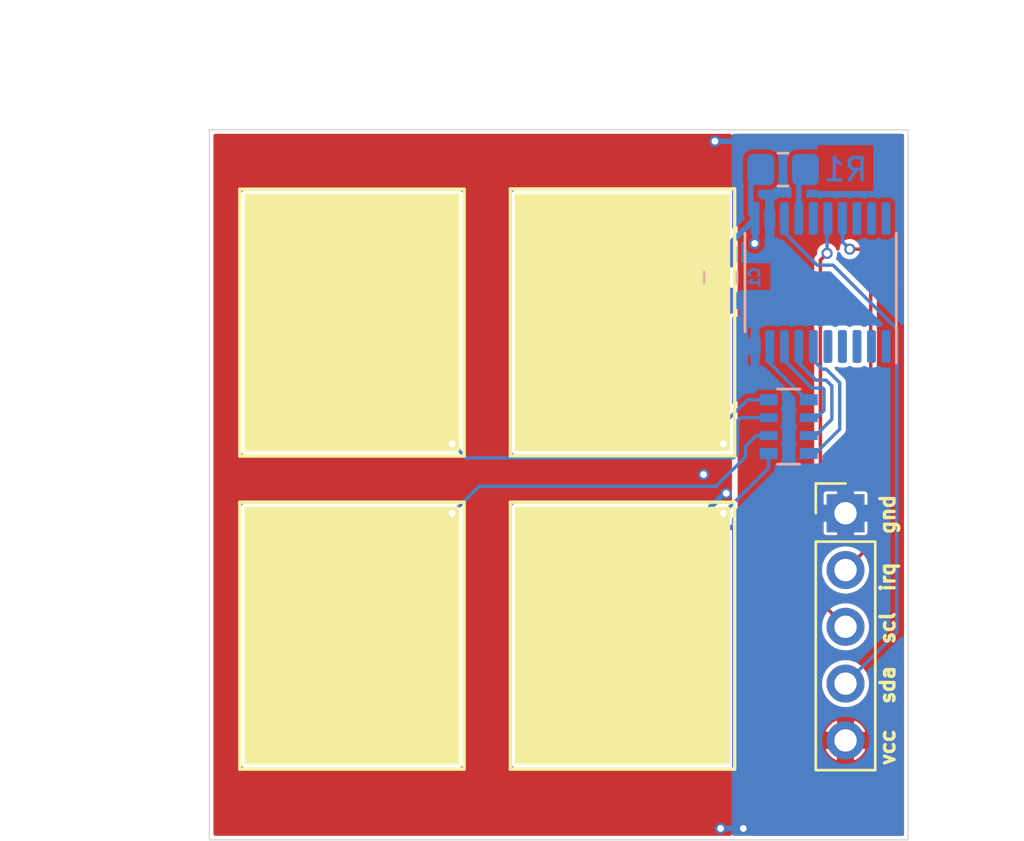
<source format=kicad_pcb>
(kicad_pcb (version 20171130) (host pcbnew 5.1.8-5.1.8)

  (general
    (thickness 1.6)
    (drawings 18)
    (tracks 86)
    (zones 0)
    (modules 9)
    (nets 23)
  )

  (page A4)
  (layers
    (0 F.Cu signal)
    (31 B.Cu signal)
    (32 B.Adhes user)
    (33 F.Adhes user)
    (34 B.Paste user)
    (35 F.Paste user)
    (36 B.SilkS user)
    (37 F.SilkS user)
    (38 B.Mask user)
    (39 F.Mask user)
    (40 Dwgs.User user)
    (41 Cmts.User user)
    (42 Eco1.User user)
    (43 Eco2.User user)
    (44 Edge.Cuts user)
    (45 Margin user)
    (46 B.CrtYd user)
    (47 F.CrtYd user)
    (48 B.Fab user)
    (49 F.Fab user)
  )

  (setup
    (last_trace_width 0.25)
    (user_trace_width 0.1524)
    (trace_clearance 0.2)
    (zone_clearance 0.1524)
    (zone_45_only no)
    (trace_min 0.1524)
    (via_size 0.8)
    (via_drill 0.4)
    (via_min_size 0.4)
    (via_min_drill 0.3)
    (user_via 0.5 0.3)
    (uvia_size 0.3)
    (uvia_drill 0.1)
    (uvias_allowed no)
    (uvia_min_size 0.2)
    (uvia_min_drill 0.1)
    (edge_width 0.05)
    (segment_width 0.2)
    (pcb_text_width 0.3)
    (pcb_text_size 1.5 1.5)
    (mod_edge_width 0.12)
    (mod_text_size 1 1)
    (mod_text_width 0.15)
    (pad_size 1.524 1.524)
    (pad_drill 0.762)
    (pad_to_mask_clearance 0)
    (aux_axis_origin 0 0)
    (grid_origin 93.345 54.61)
    (visible_elements FFFFFF7F)
    (pcbplotparams
      (layerselection 0x010fc_ffffffff)
      (usegerberextensions false)
      (usegerberattributes true)
      (usegerberadvancedattributes true)
      (creategerberjobfile true)
      (excludeedgelayer true)
      (linewidth 0.100000)
      (plotframeref false)
      (viasonmask false)
      (mode 1)
      (useauxorigin false)
      (hpglpennumber 1)
      (hpglpenspeed 20)
      (hpglpendiameter 15.000000)
      (psnegative false)
      (psa4output false)
      (plotreference true)
      (plotvalue true)
      (plotinvisibletext false)
      (padsonsilk false)
      (subtractmaskfromsilk false)
      (outputformat 1)
      (mirror false)
      (drillshape 1)
      (scaleselection 1)
      (outputdirectory ""))
  )

  (net 0 "")
  (net 1 GNDREF)
  (net 2 VCC)
  (net 3 "Net-(J1-Pad4)")
  (net 4 "Net-(J1-Pad3)")
  (net 5 "Net-(J1-Pad2)")
  (net 6 "Net-(R1-Pad2)")
  (net 7 "Net-(RN1-Pad5)")
  (net 8 "Net-(RN1-Pad6)")
  (net 9 "Net-(RN1-Pad8)")
  (net 10 "Net-(RN1-Pad7)")
  (net 11 "Net-(RN1-Pad4)")
  (net 12 "Net-(RN1-Pad2)")
  (net 13 "Net-(RN1-Pad3)")
  (net 14 "Net-(RN1-Pad1)")
  (net 15 "Net-(U1-Pad20)")
  (net 16 "Net-(U1-Pad19)")
  (net 17 "Net-(U1-Pad18)")
  (net 18 "Net-(U1-Pad3)")
  (net 19 "Net-(U1-Pad2)")
  (net 20 "Net-(U1-Pad1)")
  (net 21 "Net-(U1-Pad5)")
  (net 22 "Net-(U1-Pad4)")

  (net_class Default "This is the default net class."
    (clearance 0.2)
    (trace_width 0.25)
    (via_dia 0.8)
    (via_drill 0.4)
    (uvia_dia 0.3)
    (uvia_drill 0.1)
    (add_net GNDREF)
    (add_net "Net-(J1-Pad2)")
    (add_net "Net-(J1-Pad3)")
    (add_net "Net-(J1-Pad4)")
    (add_net "Net-(R1-Pad2)")
    (add_net "Net-(RN1-Pad1)")
    (add_net "Net-(RN1-Pad2)")
    (add_net "Net-(RN1-Pad3)")
    (add_net "Net-(RN1-Pad4)")
    (add_net "Net-(RN1-Pad5)")
    (add_net "Net-(RN1-Pad6)")
    (add_net "Net-(RN1-Pad7)")
    (add_net "Net-(RN1-Pad8)")
    (add_net "Net-(U1-Pad1)")
    (add_net "Net-(U1-Pad18)")
    (add_net "Net-(U1-Pad19)")
    (add_net "Net-(U1-Pad2)")
    (add_net "Net-(U1-Pad20)")
    (add_net "Net-(U1-Pad3)")
    (add_net "Net-(U1-Pad4)")
    (add_net "Net-(U1-Pad5)")
    (add_net VCC)
  )

  (module Resistor_SMD:R_0805_2012Metric_Pad1.20x1.40mm_HandSolder (layer B.Cu) (tedit 5F68FEEE) (tstamp 6293BCD7)
    (at 117.729 57.658)
    (descr "Resistor SMD 0805 (2012 Metric), square (rectangular) end terminal, IPC_7351 nominal with elongated pad for handsoldering. (Body size source: IPC-SM-782 page 72, https://www.pcb-3d.com/wordpress/wp-content/uploads/ipc-sm-782a_amendment_1_and_2.pdf), generated with kicad-footprint-generator")
    (tags "resistor handsolder")
    (path /6291643F)
    (attr smd)
    (fp_text reference R1 (at 2.794 0 180) (layer B.Cu)
      (effects (font (size 1 1) (thickness 0.15)) (justify mirror))
    )
    (fp_text value R_Small_US (at 0 -1.65 180) (layer B.Fab)
      (effects (font (size 1 1) (thickness 0.15)) (justify mirror))
    )
    (fp_text user %R (at 0 0 180) (layer B.Fab)
      (effects (font (size 0.5 0.5) (thickness 0.08)) (justify mirror))
    )
    (fp_line (start -1 -0.625) (end -1 0.625) (layer B.Fab) (width 0.1))
    (fp_line (start -1 0.625) (end 1 0.625) (layer B.Fab) (width 0.1))
    (fp_line (start 1 0.625) (end 1 -0.625) (layer B.Fab) (width 0.1))
    (fp_line (start 1 -0.625) (end -1 -0.625) (layer B.Fab) (width 0.1))
    (fp_line (start -0.227064 0.735) (end 0.227064 0.735) (layer B.SilkS) (width 0.12))
    (fp_line (start -0.227064 -0.735) (end 0.227064 -0.735) (layer B.SilkS) (width 0.12))
    (fp_line (start -1.85 -0.95) (end -1.85 0.95) (layer B.CrtYd) (width 0.05))
    (fp_line (start -1.85 0.95) (end 1.85 0.95) (layer B.CrtYd) (width 0.05))
    (fp_line (start 1.85 0.95) (end 1.85 -0.95) (layer B.CrtYd) (width 0.05))
    (fp_line (start 1.85 -0.95) (end -1.85 -0.95) (layer B.CrtYd) (width 0.05))
    (pad 2 smd roundrect (at 1 0) (size 1.2 1.4) (layers B.Cu B.Paste B.Mask) (roundrect_rratio 0.208333)
      (net 6 "Net-(R1-Pad2)"))
    (pad 1 smd roundrect (at -1 0) (size 1.2 1.4) (layers B.Cu B.Paste B.Mask) (roundrect_rratio 0.208333)
      (net 2 VCC))
    (model ${KISYS3DMOD}/Resistor_SMD.3dshapes/R_0805_2012Metric.wrl
      (at (xyz 0 0 0))
      (scale (xyz 1 1 1))
      (rotate (xyz 0 0 0))
    )
  )

  (module Capacitor_SMD:C_0805_2012Metric_Pad1.18x1.45mm_HandSolder (layer B.Cu) (tedit 5F68FEEF) (tstamp 6293BD07)
    (at 114.935 62.484 270)
    (descr "Capacitor SMD 0805 (2012 Metric), square (rectangular) end terminal, IPC_7351 nominal with elongated pad for handsoldering. (Body size source: IPC-SM-782 page 76, https://www.pcb-3d.com/wordpress/wp-content/uploads/ipc-sm-782a_amendment_1_and_2.pdf, https://docs.google.com/spreadsheets/d/1BsfQQcO9C6DZCsRaXUlFlo91Tg2WpOkGARC1WS5S8t0/edit?usp=sharing), generated with kicad-footprint-generator")
    (tags "capacitor handsolder")
    (path /629157EC)
    (attr smd)
    (fp_text reference C1 (at 0 -1.524 90) (layer B.Cu)
      (effects (font (size 0.4572 0.4572) (thickness 0.1143)) (justify mirror))
    )
    (fp_text value C_Small (at 0 -1.68 90) (layer B.Fab)
      (effects (font (size 1 1) (thickness 0.15)) (justify mirror))
    )
    (fp_text user %R (at 0 0 90) (layer B.Fab)
      (effects (font (size 0.5 0.5) (thickness 0.08)) (justify mirror))
    )
    (fp_line (start -1 -0.625) (end -1 0.625) (layer B.Fab) (width 0.1))
    (fp_line (start -1 0.625) (end 1 0.625) (layer B.Fab) (width 0.1))
    (fp_line (start 1 0.625) (end 1 -0.625) (layer B.Fab) (width 0.1))
    (fp_line (start 1 -0.625) (end -1 -0.625) (layer B.Fab) (width 0.1))
    (fp_line (start -0.261252 0.735) (end 0.261252 0.735) (layer B.SilkS) (width 0.12))
    (fp_line (start -0.261252 -0.735) (end 0.261252 -0.735) (layer B.SilkS) (width 0.12))
    (fp_line (start -1.88 -0.98) (end -1.88 0.98) (layer B.CrtYd) (width 0.05))
    (fp_line (start -1.88 0.98) (end 1.88 0.98) (layer B.CrtYd) (width 0.05))
    (fp_line (start 1.88 0.98) (end 1.88 -0.98) (layer B.CrtYd) (width 0.05))
    (fp_line (start 1.88 -0.98) (end -1.88 -0.98) (layer B.CrtYd) (width 0.05))
    (pad 2 smd roundrect (at 1.0375 0 270) (size 1.175 1.45) (layers B.Cu B.Paste B.Mask) (roundrect_rratio 0.212766)
      (net 1 GNDREF))
    (pad 1 smd roundrect (at -1.0375 0 270) (size 1.175 1.45) (layers B.Cu B.Paste B.Mask) (roundrect_rratio 0.212766)
      (net 2 VCC))
    (model ${KISYS3DMOD}/Capacitor_SMD.3dshapes/C_0805_2012Metric.wrl
      (at (xyz 0 0 0))
      (scale (xyz 1 1 1))
      (rotate (xyz 0 0 0))
    )
  )

  (module Package_SO:TSSOP-20_4.4x6.5mm_P0.65mm (layer B.Cu) (tedit 5E476F32) (tstamp 6293BC7D)
    (at 119.41 62.705 90)
    (descr "TSSOP, 20 Pin (JEDEC MO-153 Var AC https://www.jedec.org/document_search?search_api_views_fulltext=MO-153), generated with kicad-footprint-generator ipc_gullwing_generator.py")
    (tags "TSSOP SO")
    (path /6295C660)
    (attr smd)
    (fp_text reference U1 (at 0 4.2 270) (layer B.SilkS) hide
      (effects (font (size 1 1) (thickness 0.15)) (justify mirror))
    )
    (fp_text value AT42Q2120 (at 0 -4.2 270) (layer B.Fab)
      (effects (font (size 1 1) (thickness 0.15)) (justify mirror))
    )
    (fp_text user %R (at 0 0 270) (layer B.Fab)
      (effects (font (size 1 1) (thickness 0.15)) (justify mirror))
    )
    (fp_line (start 0 -3.385) (end 2.2 -3.385) (layer B.SilkS) (width 0.12))
    (fp_line (start 0 -3.385) (end -2.2 -3.385) (layer B.SilkS) (width 0.12))
    (fp_line (start 0 3.385) (end 2.2 3.385) (layer B.SilkS) (width 0.12))
    (fp_line (start 0 3.385) (end -3.6 3.385) (layer B.SilkS) (width 0.12))
    (fp_line (start -1.2 3.25) (end 2.2 3.25) (layer B.Fab) (width 0.1))
    (fp_line (start 2.2 3.25) (end 2.2 -3.25) (layer B.Fab) (width 0.1))
    (fp_line (start 2.2 -3.25) (end -2.2 -3.25) (layer B.Fab) (width 0.1))
    (fp_line (start -2.2 -3.25) (end -2.2 2.25) (layer B.Fab) (width 0.1))
    (fp_line (start -2.2 2.25) (end -1.2 3.25) (layer B.Fab) (width 0.1))
    (fp_line (start -3.85 3.5) (end -3.85 -3.5) (layer B.CrtYd) (width 0.05))
    (fp_line (start -3.85 -3.5) (end 3.85 -3.5) (layer B.CrtYd) (width 0.05))
    (fp_line (start 3.85 -3.5) (end 3.85 3.5) (layer B.CrtYd) (width 0.05))
    (fp_line (start 3.85 3.5) (end -3.85 3.5) (layer B.CrtYd) (width 0.05))
    (pad 20 smd roundrect (at 2.8625 2.925 90) (size 1.475 0.4) (layers B.Cu B.Paste B.Mask) (roundrect_rratio 0.25)
      (net 15 "Net-(U1-Pad20)"))
    (pad 19 smd roundrect (at 2.8625 2.275 90) (size 1.475 0.4) (layers B.Cu B.Paste B.Mask) (roundrect_rratio 0.25)
      (net 16 "Net-(U1-Pad19)"))
    (pad 18 smd roundrect (at 2.8625 1.625 90) (size 1.475 0.4) (layers B.Cu B.Paste B.Mask) (roundrect_rratio 0.25)
      (net 17 "Net-(U1-Pad18)"))
    (pad 17 smd roundrect (at 2.8625 0.975 90) (size 1.475 0.4) (layers B.Cu B.Paste B.Mask) (roundrect_rratio 0.25)
      (net 5 "Net-(J1-Pad2)"))
    (pad 16 smd roundrect (at 2.8625 0.325 90) (size 1.475 0.4) (layers B.Cu B.Paste B.Mask) (roundrect_rratio 0.25)
      (net 4 "Net-(J1-Pad3)"))
    (pad 15 smd roundrect (at 2.8625 -0.325 90) (size 1.475 0.4) (layers B.Cu B.Paste B.Mask) (roundrect_rratio 0.25))
    (pad 14 smd roundrect (at 2.8625 -0.975 90) (size 1.475 0.4) (layers B.Cu B.Paste B.Mask) (roundrect_rratio 0.25)
      (net 6 "Net-(R1-Pad2)"))
    (pad 13 smd roundrect (at 2.8625 -1.625 90) (size 1.475 0.4) (layers B.Cu B.Paste B.Mask) (roundrect_rratio 0.25)
      (net 3 "Net-(J1-Pad4)"))
    (pad 12 smd roundrect (at 2.8625 -2.275 90) (size 1.475 0.4) (layers B.Cu B.Paste B.Mask) (roundrect_rratio 0.25)
      (net 1 GNDREF))
    (pad 11 smd roundrect (at 2.8625 -2.925 90) (size 1.475 0.4) (layers B.Cu B.Paste B.Mask) (roundrect_rratio 0.25)
      (net 2 VCC))
    (pad 10 smd roundrect (at -2.8625 -2.925 90) (size 1.475 0.4) (layers B.Cu B.Paste B.Mask) (roundrect_rratio 0.25)
      (net 1 GNDREF))
    (pad 9 smd roundrect (at -2.8625 -2.275 90) (size 1.475 0.4) (layers B.Cu B.Paste B.Mask) (roundrect_rratio 0.25)
      (net 14 "Net-(RN1-Pad1)"))
    (pad 8 smd roundrect (at -2.8625 -1.625 90) (size 1.475 0.4) (layers B.Cu B.Paste B.Mask) (roundrect_rratio 0.25)
      (net 12 "Net-(RN1-Pad2)"))
    (pad 7 smd roundrect (at -2.8625 -0.975 90) (size 1.475 0.4) (layers B.Cu B.Paste B.Mask) (roundrect_rratio 0.25)
      (net 13 "Net-(RN1-Pad3)"))
    (pad 6 smd roundrect (at -2.8625 -0.325 90) (size 1.475 0.4) (layers B.Cu B.Paste B.Mask) (roundrect_rratio 0.25)
      (net 11 "Net-(RN1-Pad4)"))
    (pad 5 smd roundrect (at -2.8625 0.325 90) (size 1.475 0.4) (layers B.Cu B.Paste B.Mask) (roundrect_rratio 0.25)
      (net 21 "Net-(U1-Pad5)"))
    (pad 4 smd roundrect (at -2.8625 0.975 90) (size 1.475 0.4) (layers B.Cu B.Paste B.Mask) (roundrect_rratio 0.25)
      (net 22 "Net-(U1-Pad4)"))
    (pad 3 smd roundrect (at -2.8625 1.625 90) (size 1.475 0.4) (layers B.Cu B.Paste B.Mask) (roundrect_rratio 0.25)
      (net 18 "Net-(U1-Pad3)"))
    (pad 2 smd roundrect (at -2.8625 2.275 90) (size 1.475 0.4) (layers B.Cu B.Paste B.Mask) (roundrect_rratio 0.25)
      (net 19 "Net-(U1-Pad2)"))
    (pad 1 smd roundrect (at -2.8625 2.925 90) (size 1.475 0.4) (layers B.Cu B.Paste B.Mask) (roundrect_rratio 0.25)
      (net 20 "Net-(U1-Pad1)"))
    (model ${KISYS3DMOD}/Package_SO.3dshapes/TSSOP-20_4.4x6.5mm_P0.65mm.wrl
      (at (xyz 0 0 0))
      (scale (xyz 1 1 1))
      (rotate (xyz 0 0 0))
    )
  )

  (module Resistor_SMD:R_Array_Convex_4x0603 (layer B.Cu) (tedit 58E0A8B2) (tstamp 6291A775)
    (at 117.983 69.1515 180)
    (descr "Chip Resistor Network, ROHM MNR14 (see mnr_g.pdf)")
    (tags "resistor array")
    (path /62916A23)
    (attr smd)
    (fp_text reference RN1 (at -7.73 4.54 270) (layer B.SilkS) hide
      (effects (font (size 0.508 0.508) (thickness 0.127)) (justify mirror))
    )
    (fp_text value R_Pack04 (at 0 -2.8 180) (layer B.Fab)
      (effects (font (size 1 1) (thickness 0.15)) (justify mirror))
    )
    (fp_text user %R (at 0 0 90) (layer B.Fab)
      (effects (font (size 0.5 0.5) (thickness 0.075)) (justify mirror))
    )
    (fp_line (start -0.8 1.6) (end 0.8 1.6) (layer B.Fab) (width 0.1))
    (fp_line (start 0.8 1.6) (end 0.8 -1.6) (layer B.Fab) (width 0.1))
    (fp_line (start 0.8 -1.6) (end -0.8 -1.6) (layer B.Fab) (width 0.1))
    (fp_line (start -0.8 -1.6) (end -0.8 1.6) (layer B.Fab) (width 0.1))
    (fp_line (start 0.5 -1.68) (end -0.5 -1.68) (layer B.SilkS) (width 0.12))
    (fp_line (start 0.5 1.68) (end -0.5 1.68) (layer B.SilkS) (width 0.12))
    (fp_line (start -1.55 1.85) (end 1.55 1.85) (layer B.CrtYd) (width 0.05))
    (fp_line (start -1.55 1.85) (end -1.55 -1.85) (layer B.CrtYd) (width 0.05))
    (fp_line (start 1.55 -1.85) (end 1.55 1.85) (layer B.CrtYd) (width 0.05))
    (fp_line (start 1.55 -1.85) (end -1.55 -1.85) (layer B.CrtYd) (width 0.05))
    (pad 5 smd rect (at 0.9 -1.2 180) (size 0.8 0.5) (layers B.Cu B.Paste B.Mask)
      (net 7 "Net-(RN1-Pad5)"))
    (pad 6 smd rect (at 0.9 -0.4 180) (size 0.8 0.4) (layers B.Cu B.Paste B.Mask)
      (net 8 "Net-(RN1-Pad6)"))
    (pad 8 smd rect (at 0.9 1.2 180) (size 0.8 0.5) (layers B.Cu B.Paste B.Mask)
      (net 9 "Net-(RN1-Pad8)"))
    (pad 7 smd rect (at 0.9 0.4 180) (size 0.8 0.4) (layers B.Cu B.Paste B.Mask)
      (net 10 "Net-(RN1-Pad7)"))
    (pad 4 smd rect (at -0.9 -1.2 180) (size 0.8 0.5) (layers B.Cu B.Paste B.Mask)
      (net 11 "Net-(RN1-Pad4)"))
    (pad 2 smd rect (at -0.9 0.4 180) (size 0.8 0.4) (layers B.Cu B.Paste B.Mask)
      (net 12 "Net-(RN1-Pad2)"))
    (pad 3 smd rect (at -0.9 -0.4 180) (size 0.8 0.4) (layers B.Cu B.Paste B.Mask)
      (net 13 "Net-(RN1-Pad3)"))
    (pad 1 smd rect (at -0.9 1.2 180) (size 0.8 0.5) (layers B.Cu B.Paste B.Mask)
      (net 14 "Net-(RN1-Pad1)"))
    (model ${KISYS3DMOD}/Resistor_SMD.3dshapes/R_Array_Convex_4x0603.wrl
      (at (xyz 0 0 0))
      (scale (xyz 1 1 1))
      (rotate (xyz 0 0 0))
    )
  )

  (module Connector_PinHeader_2.54mm:PinHeader_1x05_P2.54mm_Vertical (layer F.Cu) (tedit 59FED5CC) (tstamp 62917D62)
    (at 120.523 73.025)
    (descr "Through hole straight pin header, 1x05, 2.54mm pitch, single row")
    (tags "Through hole pin header THT 1x05 2.54mm single row")
    (path /62914214)
    (fp_text reference J1 (at 0 -2.33) (layer F.SilkS) hide
      (effects (font (size 1 1) (thickness 0.15)))
    )
    (fp_text value Conn_01x05 (at 0 12.49) (layer F.Fab)
      (effects (font (size 1 1) (thickness 0.15)))
    )
    (fp_text user %R (at 0 5.08 90) (layer F.Fab)
      (effects (font (size 1 1) (thickness 0.15)))
    )
    (fp_line (start -0.635 -1.27) (end 1.27 -1.27) (layer F.Fab) (width 0.1))
    (fp_line (start 1.27 -1.27) (end 1.27 11.43) (layer F.Fab) (width 0.1))
    (fp_line (start 1.27 11.43) (end -1.27 11.43) (layer F.Fab) (width 0.1))
    (fp_line (start -1.27 11.43) (end -1.27 -0.635) (layer F.Fab) (width 0.1))
    (fp_line (start -1.27 -0.635) (end -0.635 -1.27) (layer F.Fab) (width 0.1))
    (fp_line (start -1.33 11.49) (end 1.33 11.49) (layer F.SilkS) (width 0.12))
    (fp_line (start -1.33 1.27) (end -1.33 11.49) (layer F.SilkS) (width 0.12))
    (fp_line (start 1.33 1.27) (end 1.33 11.49) (layer F.SilkS) (width 0.12))
    (fp_line (start -1.33 1.27) (end 1.33 1.27) (layer F.SilkS) (width 0.12))
    (fp_line (start -1.33 0) (end -1.33 -1.33) (layer F.SilkS) (width 0.12))
    (fp_line (start -1.33 -1.33) (end 0 -1.33) (layer F.SilkS) (width 0.12))
    (fp_line (start -1.8 -1.8) (end -1.8 11.95) (layer F.CrtYd) (width 0.05))
    (fp_line (start -1.8 11.95) (end 1.8 11.95) (layer F.CrtYd) (width 0.05))
    (fp_line (start 1.8 11.95) (end 1.8 -1.8) (layer F.CrtYd) (width 0.05))
    (fp_line (start 1.8 -1.8) (end -1.8 -1.8) (layer F.CrtYd) (width 0.05))
    (pad 5 thru_hole oval (at 0 10.16) (size 1.7 1.7) (drill 1) (layers *.Cu *.Mask)
      (net 2 VCC))
    (pad 4 thru_hole oval (at 0 7.62) (size 1.7 1.7) (drill 1) (layers *.Cu *.Mask)
      (net 3 "Net-(J1-Pad4)"))
    (pad 3 thru_hole oval (at 0 5.08) (size 1.7 1.7) (drill 1) (layers *.Cu *.Mask)
      (net 4 "Net-(J1-Pad3)"))
    (pad 2 thru_hole oval (at 0 2.54) (size 1.7 1.7) (drill 1) (layers *.Cu *.Mask)
      (net 5 "Net-(J1-Pad2)"))
    (pad 1 thru_hole rect (at 0 0) (size 1.7 1.7) (drill 1) (layers *.Cu *.Mask)
      (net 1 GNDREF))
    (model ${KISYS3DMOD}/Connector_PinHeader_2.54mm.3dshapes/PinHeader_1x05_P2.54mm_Vertical.wrl
      (at (xyz 0 0 0))
      (scale (xyz 1 1 1))
      (rotate (xyz 0 0 0))
    )
  )

  (module croftj:Touch_Pad_Small (layer F.Cu) (tedit 6290F2C2) (tstamp 62918AD7)
    (at 104.2 78.5 90)
    (path /6291AF74)
    (fp_text reference TP4 (at 0 0.5 90) (layer F.SilkS) hide
      (effects (font (size 1 1) (thickness 0.15)))
    )
    (fp_text value TestPoint (at 0 -0.5 90) (layer F.Fab)
      (effects (font (size 1 1) (thickness 0.15)))
    )
    (fp_poly (pts (xy 5.715 11.1125) (xy -5.715 11.1125) (xy -5.715 1.5875) (xy 5.715 1.5875)) (layer F.SilkS) (width 0.1))
    (fp_line (start -5.969 1.3335) (end 5.969 1.3335) (layer F.SilkS) (width 0.1524))
    (fp_line (start 5.969 1.3335) (end 5.969 11.3665) (layer F.SilkS) (width 0.1524))
    (fp_line (start 5.969 11.3665) (end -5.969 11.3665) (layer F.SilkS) (width 0.1524))
    (fp_line (start -5.969 11.3665) (end -5.969 1.3335) (layer F.SilkS) (width 0.1524))
    (pad 1 connect custom (at 0 6.35 90) (size 11.43 9.525) (layers F.Cu)
      (net 7 "Net-(RN1-Pad5)") (zone_connect 0)
      (options (clearance outline) (anchor rect))
      (primitives
      ))
  )

  (module croftj:Touch_Pad_Small (layer F.Cu) (tedit 6290F2C2) (tstamp 62917DA8)
    (at 104.2 64.49 90)
    (path /6291AF12)
    (fp_text reference TP3 (at 0 0.5 90) (layer F.SilkS) hide
      (effects (font (size 1 1) (thickness 0.15)))
    )
    (fp_text value TestPoint (at 0 -0.5 90) (layer F.Fab)
      (effects (font (size 1 1) (thickness 0.15)))
    )
    (fp_poly (pts (xy 5.715 11.1125) (xy -5.715 11.1125) (xy -5.715 1.5875) (xy 5.715 1.5875)) (layer F.SilkS) (width 0.1))
    (fp_line (start -5.969 1.3335) (end 5.969 1.3335) (layer F.SilkS) (width 0.1524))
    (fp_line (start 5.969 1.3335) (end 5.969 11.3665) (layer F.SilkS) (width 0.1524))
    (fp_line (start 5.969 11.3665) (end -5.969 11.3665) (layer F.SilkS) (width 0.1524))
    (fp_line (start -5.969 11.3665) (end -5.969 1.3335) (layer F.SilkS) (width 0.1524))
    (pad 1 connect custom (at 0 6.35 90) (size 11.43 9.525) (layers F.Cu)
      (net 9 "Net-(RN1-Pad8)") (zone_connect 0)
      (options (clearance outline) (anchor rect))
      (primitives
      ))
  )

  (module croftj:Touch_Pad_Small (layer F.Cu) (tedit 6290F2C2) (tstamp 62917D9E)
    (at 92.1 78.5 90)
    (path /6291AE50)
    (fp_text reference TP2 (at 0 0.5 90) (layer F.SilkS) hide
      (effects (font (size 1 1) (thickness 0.15)))
    )
    (fp_text value TestPoint (at 0 -0.5 90) (layer F.Fab)
      (effects (font (size 1 1) (thickness 0.15)))
    )
    (fp_poly (pts (xy 5.715 11.1125) (xy -5.715 11.1125) (xy -5.715 1.5875) (xy 5.715 1.5875)) (layer F.SilkS) (width 0.1))
    (fp_line (start -5.969 1.3335) (end 5.969 1.3335) (layer F.SilkS) (width 0.1524))
    (fp_line (start 5.969 1.3335) (end 5.969 11.3665) (layer F.SilkS) (width 0.1524))
    (fp_line (start 5.969 11.3665) (end -5.969 11.3665) (layer F.SilkS) (width 0.1524))
    (fp_line (start -5.969 11.3665) (end -5.969 1.3335) (layer F.SilkS) (width 0.1524))
    (pad 1 connect custom (at 0 6.35 90) (size 11.43 9.525) (layers F.Cu)
      (net 8 "Net-(RN1-Pad6)") (zone_connect 0)
      (options (clearance outline) (anchor rect))
      (primitives
      ))
  )

  (module croftj:Touch_Pad_Small (layer F.Cu) (tedit 6290F2C2) (tstamp 62917D94)
    (at 92.1 64.5 90)
    (path /6291753F)
    (fp_text reference TP1 (at 0 0.5 90) (layer F.SilkS) hide
      (effects (font (size 1 1) (thickness 0.15)))
    )
    (fp_text value TestPoint (at 0 -0.5 90) (layer F.Fab)
      (effects (font (size 1 1) (thickness 0.15)))
    )
    (fp_poly (pts (xy 5.715 11.1125) (xy -5.715 11.1125) (xy -5.715 1.5875) (xy 5.715 1.5875)) (layer F.SilkS) (width 0.1))
    (fp_line (start -5.969 1.3335) (end 5.969 1.3335) (layer F.SilkS) (width 0.1524))
    (fp_line (start 5.969 1.3335) (end 5.969 11.3665) (layer F.SilkS) (width 0.1524))
    (fp_line (start 5.969 11.3665) (end -5.969 11.3665) (layer F.SilkS) (width 0.1524))
    (fp_line (start -5.969 11.3665) (end -5.969 1.3335) (layer F.SilkS) (width 0.1524))
    (pad 1 connect custom (at 0 6.35 90) (size 11.43 9.525) (layers F.Cu)
      (net 10 "Net-(RN1-Pad7)") (zone_connect 0)
      (options (clearance outline) (anchor rect))
      (primitives
      ))
  )

  (gr_text "$Id$" (at 116.459 84.582 90) (layer F.Cu)
    (effects (font (size 0.762 0.762) (thickness 0.1905)))
  )
  (dimension 31.75 (width 0.15) (layer Dwgs.User)
    (gr_text "1.2500 in" (at 127.157 71.755 270) (layer Dwgs.User)
      (effects (font (size 1 1) (thickness 0.15)))
    )
    (feature1 (pts (xy 123.317 87.63) (xy 126.443421 87.63)))
    (feature2 (pts (xy 123.317 55.88) (xy 126.443421 55.88)))
    (crossbar (pts (xy 125.857 55.88) (xy 125.857 87.63)))
    (arrow1a (pts (xy 125.857 87.63) (xy 125.270579 86.503496)))
    (arrow1b (pts (xy 125.857 87.63) (xy 126.443421 86.503496)))
    (arrow2a (pts (xy 125.857 55.88) (xy 125.270579 57.006504)))
    (arrow2b (pts (xy 125.857 55.88) (xy 126.443421 57.006504)))
  )
  (dimension 31.242 (width 0.15) (layer Dwgs.User)
    (gr_text "1.2300 in" (at 107.696 50.77) (layer Dwgs.User)
      (effects (font (size 1 1) (thickness 0.15)))
    )
    (feature1 (pts (xy 123.317 55.88) (xy 123.317 51.483579)))
    (feature2 (pts (xy 92.075 55.88) (xy 92.075 51.483579)))
    (crossbar (pts (xy 92.075 52.07) (xy 123.317 52.07)))
    (arrow1a (pts (xy 123.317 52.07) (xy 122.190496 52.656421)))
    (arrow1b (pts (xy 123.317 52.07) (xy 122.190496 51.483579)))
    (arrow2a (pts (xy 92.075 52.07) (xy 93.201504 52.656421)))
    (arrow2b (pts (xy 92.075 52.07) (xy 93.201504 51.483579)))
  )
  (gr_line (start 92.075 87.63) (end 92.075 55.88) (layer Edge.Cuts) (width 0.05) (tstamp 6293BAF5))
  (gr_line (start 123.317 87.63) (end 92.075 87.63) (layer Edge.Cuts) (width 0.05))
  (gr_line (start 123.317 55.88) (end 123.317 87.63) (layer Edge.Cuts) (width 0.05) (tstamp 6293C532))
  (gr_line (start 92.075 55.88) (end 123.317 55.88) (layer Edge.Cuts) (width 0.05))
  (gr_text vcc (at 122.404 83.494 90) (layer F.SilkS) (tstamp 6291A0FF)
    (effects (font (size 0.635 0.635) (thickness 0.15)))
  )
  (gr_text sda (at 122.404 80.7 90) (layer F.SilkS) (tstamp 6291A0FF)
    (effects (font (size 0.635 0.635) (thickness 0.15)))
  )
  (gr_text scl (at 122.404 78.16 90) (layer F.SilkS) (tstamp 6291A0FF)
    (effects (font (size 0.635 0.635) (thickness 0.15)))
  )
  (gr_text irq (at 122.404 75.874 90) (layer F.SilkS) (tstamp 6291A0FF)
    (effects (font (size 0.635 0.635) (thickness 0.15)))
  )
  (gr_text gnd (at 122.404 73.08 90) (layer F.SilkS)
    (effects (font (size 0.635 0.635) (thickness 0.15)))
  )
  (dimension 25.924151 (width 0.15) (layer Dwgs.User)
    (gr_text "1.0206 in" (at 86.374325 71.469052 89.80440299) (layer Dwgs.User)
      (effects (font (size 1 1) (thickness 0.15)))
    )
    (feature1 (pts (xy 93.345 84.455) (xy 87.04365 84.433488)))
    (feature2 (pts (xy 93.4335 58.531) (xy 87.13215 58.509488)))
    (crossbar (pts (xy 87.718567 58.51149) (xy 87.630067 84.43549)))
    (arrow1a (pts (xy 87.630067 84.43549) (xy 87.047495 83.306991)))
    (arrow1b (pts (xy 87.630067 84.43549) (xy 88.22033 83.310995)))
    (arrow2a (pts (xy 87.718567 58.51149) (xy 87.128304 59.635985)))
    (arrow2b (pts (xy 87.718567 58.51149) (xy 88.301139 59.639989)))
  )
  (dimension 22.225 (width 0.15) (layer Dwgs.User)
    (gr_text "0.8750 in" (at 104.4575 53.31) (layer Dwgs.User)
      (effects (font (size 1 1) (thickness 0.15)))
    )
    (feature1 (pts (xy 115.57 60.325) (xy 115.57 54.023579)))
    (feature2 (pts (xy 93.345 60.325) (xy 93.345 54.023579)))
    (crossbar (pts (xy 93.345 54.61) (xy 115.57 54.61)))
    (arrow1a (pts (xy 115.57 54.61) (xy 114.443496 55.196421)))
    (arrow1b (pts (xy 115.57 54.61) (xy 114.443496 54.023579)))
    (arrow2a (pts (xy 93.345 54.61) (xy 94.471504 55.196421)))
    (arrow2b (pts (xy 93.345 54.61) (xy 94.471504 54.023579)))
  )
  (gr_line (start 103.5 57) (end 103.5 87) (layer Dwgs.User) (width 0.15) (tstamp 62918A82))
  (gr_line (start 113.5 70.5) (end 96 70.5) (layer Dwgs.User) (width 0.15) (tstamp 62918A7F))
  (gr_line (start 113.5 72.5) (end 96 72.5) (layer Dwgs.User) (width 0.15))
  (gr_line (start 105.5 57) (end 105.5 87) (layer Dwgs.User) (width 0.15))

  (via (at 115.189 72.136) (size 0.5) (drill 0.3) (layers F.Cu B.Cu) (net 1))
  (segment (start 115.099998 72.136) (end 115.189 72.136) (width 0.25) (layer B.Cu) (net 1))
  (segment (start 114.486999 72.748999) (end 115.099998 72.136) (width 0.25) (layer B.Cu) (net 1))
  (segment (start 114.486999 73.301001) (end 114.486999 72.748999) (width 0.25) (layer B.Cu) (net 1))
  (segment (start 114.845998 73.66) (end 114.486999 73.301001) (width 0.25) (layer B.Cu) (net 1))
  (segment (start 115.951 73.66) (end 114.845998 73.66) (width 0.25) (layer B.Cu) (net 1))
  (segment (start 115.0167 72.136) (end 114.173 71.2923) (width 0.25) (layer F.Cu) (net 1))
  (via (at 114.173 71.2923) (size 0.5) (drill 0.3) (layers F.Cu B.Cu) (net 1))
  (segment (start 115.189 72.136) (end 115.0167 72.136) (width 0.25) (layer F.Cu) (net 1))
  (via (at 114.681 56.388) (size 0.5) (drill 0.3) (layers F.Cu B.Cu) (net 1))
  (segment (start 115.951 56.388) (end 114.681 56.388) (width 0.25) (layer B.Cu) (net 1))
  (via (at 115.951 87.122) (size 0.5) (drill 0.3) (layers F.Cu B.Cu) (net 1))
  (via (at 114.935 87.122) (size 0.5) (drill 0.3) (layers F.Cu B.Cu) (net 1))
  (segment (start 115.951 87.122) (end 114.935 87.122) (width 0.25) (layer B.Cu) (net 1))
  (segment (start 116.485 59.8425) (end 114.935 61.3925) (width 0.25) (layer B.Cu) (net 2))
  (segment (start 114.935 61.3925) (end 114.935 61.468) (width 0.25) (layer B.Cu) (net 2))
  (segment (start 116.285 59.6425) (end 116.285 58.34) (width 0.25) (layer B.Cu) (net 2))
  (segment (start 116.485 59.8425) (end 116.285 59.6425) (width 0.25) (layer B.Cu) (net 2))
  (segment (start 116.285 58.34) (end 116.713 57.912) (width 0.25) (layer B.Cu) (net 2))
  (via (at 116.459 60.96) (size 0.5) (drill 0.3) (layers F.Cu B.Cu) (net 2))
  (segment (start 116.485 60.934) (end 116.459 60.96) (width 0.25) (layer B.Cu) (net 2))
  (segment (start 116.485 59.8425) (end 116.485 60.934) (width 0.25) (layer B.Cu) (net 2))
  (segment (start 119.253657 61.930701) (end 117.729 60.406044) (width 0.1524) (layer B.Cu) (net 3))
  (segment (start 119.967745 61.930701) (end 119.253657 61.930701) (width 0.1524) (layer B.Cu) (net 3))
  (segment (start 122.81121 64.774166) (end 119.967745 61.930701) (width 0.1524) (layer B.Cu) (net 3))
  (segment (start 122.81121 78.35679) (end 122.81121 64.774166) (width 0.1524) (layer B.Cu) (net 3))
  (segment (start 120.523 80.645) (end 122.81121 78.35679) (width 0.1524) (layer B.Cu) (net 3))
  (segment (start 117.729 60.406044) (end 117.729 60.325) (width 0.1524) (layer B.Cu) (net 3))
  (via (at 119.6975 61.4045) (size 0.5) (drill 0.3) (layers F.Cu B.Cu) (net 4))
  (segment (start 119.396799 61.705201) (end 119.6975 61.4045) (width 0.1524) (layer F.Cu) (net 4))
  (segment (start 119.396799 76.978799) (end 119.396799 61.705201) (width 0.1524) (layer F.Cu) (net 4))
  (segment (start 120.523 78.105) (end 119.396799 76.978799) (width 0.1524) (layer F.Cu) (net 4))
  (segment (start 119.6975 61.4045) (end 119.6975 60.1345) (width 0.1524) (layer B.Cu) (net 4))
  (segment (start 121.649201 74.438799) (end 121.649201 61.387701) (width 0.1524) (layer F.Cu) (net 5))
  (segment (start 120.523 75.565) (end 121.649201 74.438799) (width 0.1524) (layer F.Cu) (net 5))
  (via (at 120.7135 61.214) (size 0.5) (drill 0.3) (layers F.Cu B.Cu) (net 5))
  (segment (start 121.4755 61.214) (end 120.7135 61.214) (width 0.1524) (layer F.Cu) (net 5))
  (segment (start 121.649201 61.387701) (end 121.4755 61.214) (width 0.1524) (layer F.Cu) (net 5))
  (segment (start 120.7135 61.214) (end 120.396 60.8965) (width 0.1524) (layer B.Cu) (net 5))
  (segment (start 120.396 60.8965) (end 120.396 60.198) (width 0.1524) (layer B.Cu) (net 5))
  (segment (start 118.435 59.8425) (end 118.435 58.222) (width 0.25) (layer B.Cu) (net 6))
  (segment (start 118.435 58.222) (end 118.745 57.912) (width 0.25) (layer B.Cu) (net 6))
  (via (at 115.062 73.025) (size 0.5) (drill 0.3) (layers F.Cu B.Cu) (net 7))
  (segment (start 117.083 71.004) (end 115.062 73.025) (width 0.1524) (layer B.Cu) (net 7))
  (segment (start 117.083 70.3515) (end 117.083 71.004) (width 0.1524) (layer B.Cu) (net 7))
  (segment (start 116.04941 70.503973) (end 114.734883 71.8185) (width 0.1524) (layer B.Cu) (net 8))
  (segment (start 116.04941 70.03269) (end 116.04941 70.503973) (width 0.1524) (layer B.Cu) (net 8))
  (segment (start 116.5306 69.5515) (end 116.04941 70.03269) (width 0.1524) (layer B.Cu) (net 8))
  (segment (start 117.083 69.5515) (end 116.5306 69.5515) (width 0.1524) (layer B.Cu) (net 8))
  (via (at 102.9335 73.025) (size 0.5) (drill 0.3) (layers F.Cu B.Cu) (net 8))
  (segment (start 104.14 71.8185) (end 102.9335 73.025) (width 0.1524) (layer B.Cu) (net 8))
  (segment (start 114.734883 71.8185) (end 104.14 71.8185) (width 0.1524) (layer B.Cu) (net 8))
  (via (at 115.062 69.9135) (size 0.5) (drill 0.3) (layers F.Cu B.Cu) (net 9))
  (segment (start 115.062 69.034117) (end 115.062 69.9135) (width 0.1524) (layer B.Cu) (net 9))
  (segment (start 116.144617 67.9515) (end 115.062 69.034117) (width 0.1524) (layer B.Cu) (net 9))
  (segment (start 117.083 67.9515) (end 116.144617 67.9515) (width 0.1524) (layer B.Cu) (net 9))
  (segment (start 117.083 68.7515) (end 115.843 68.7515) (width 0.1524) (layer B.Cu) (net 10))
  (segment (start 115.843 68.7515) (end 115.697 68.8975) (width 0.1524) (layer B.Cu) (net 10))
  (segment (start 115.697 68.8975) (end 115.697 70.358) (width 0.1524) (layer B.Cu) (net 10))
  (segment (start 115.697 70.358) (end 115.5065 70.5485) (width 0.1524) (layer B.Cu) (net 10))
  (via (at 102.9335 69.9135) (size 0.5) (drill 0.3) (layers F.Cu B.Cu) (net 10))
  (segment (start 103.5685 70.5485) (end 102.9335 69.9135) (width 0.1524) (layer B.Cu) (net 10))
  (segment (start 115.5065 70.5485) (end 103.5685 70.5485) (width 0.1524) (layer B.Cu) (net 10))
  (segment (start 120.264021 69.267641) (end 119.173662 70.358) (width 0.1524) (layer B.Cu) (net 11))
  (segment (start 120.264021 67.188593) (end 120.264021 69.267641) (width 0.1524) (layer B.Cu) (net 11))
  (segment (start 119.479166 66.58121) (end 119.656637 66.58121) (width 0.1524) (layer B.Cu) (net 11))
  (segment (start 119.085 66.187044) (end 119.479166 66.58121) (width 0.1524) (layer B.Cu) (net 11))
  (segment (start 119.656637 66.58121) (end 120.264021 67.188593) (width 0.1524) (layer B.Cu) (net 11))
  (segment (start 119.085 65.5675) (end 119.085 66.187044) (width 0.1524) (layer B.Cu) (net 11))
  (segment (start 119.173662 70.358) (end 118.8085 70.358) (width 0.1524) (layer B.Cu) (net 11))
  (segment (start 119.559201 68.422461) (end 119.211162 68.7705) (width 0.1524) (layer B.Cu) (net 12))
  (segment (start 119.559201 67.480539) (end 119.559201 68.422461) (width 0.1524) (layer B.Cu) (net 12))
  (segment (start 119.503961 67.425299) (end 119.559201 67.480539) (width 0.1524) (layer B.Cu) (net 12))
  (segment (start 119.023255 67.425299) (end 119.503961 67.425299) (width 0.1524) (layer B.Cu) (net 12))
  (segment (start 117.785 66.187044) (end 119.023255 67.425299) (width 0.1524) (layer B.Cu) (net 12))
  (segment (start 117.785 65.5675) (end 117.785 66.187044) (width 0.1524) (layer B.Cu) (net 12))
  (segment (start 119.211162 68.7705) (end 118.8085 68.7705) (width 0.1524) (layer B.Cu) (net 12))
  (segment (start 119.911611 67.334566) (end 119.911611 68.820051) (width 0.1524) (layer B.Cu) (net 13))
  (segment (start 119.649934 67.072889) (end 119.911611 67.334566) (width 0.1524) (layer B.Cu) (net 13))
  (segment (start 119.202889 67.072889) (end 119.649934 67.072889) (width 0.1524) (layer B.Cu) (net 13))
  (segment (start 118.435 66.305) (end 119.202889 67.072889) (width 0.1524) (layer B.Cu) (net 13))
  (segment (start 119.911611 68.820051) (end 119.199162 69.5325) (width 0.1524) (layer B.Cu) (net 13))
  (segment (start 118.435 65.5675) (end 118.435 66.305) (width 0.1524) (layer B.Cu) (net 13))
  (segment (start 119.199162 69.5325) (end 118.9355 69.5325) (width 0.1524) (layer B.Cu) (net 13))
  (segment (start 117.135 66.305) (end 118.7115 67.8815) (width 0.1524) (layer B.Cu) (net 14))
  (segment (start 117.135 65.5675) (end 117.135 66.305) (width 0.1524) (layer B.Cu) (net 14))

  (zone (net 2) (net_name VCC) (layer F.Cu) (tstamp 0) (hatch edge 0.508)
    (connect_pads (clearance 0.1524))
    (min_thickness 0.1524)
    (fill yes (arc_segments 32) (thermal_gap 0.127) (thermal_bridge_width 0.762))
    (polygon
      (pts
        (xy 123.317 87.63) (xy 115.697 87.63) (xy 115.697 55.88) (xy 123.317 55.88)
      )
    )
    (filled_polygon
      (pts
        (xy 123.063401 87.3764) (xy 116.41387 87.3764) (xy 116.417312 87.371249) (xy 116.456978 87.275487) (xy 116.4772 87.173826)
        (xy 116.4772 87.070174) (xy 116.456978 86.968513) (xy 116.417312 86.872751) (xy 116.359726 86.786567) (xy 116.286433 86.713274)
        (xy 116.232176 86.677021) (xy 117.472435 86.677021) (xy 117.472435 83.4898) (xy 119.568064 83.4898) (xy 119.574962 83.643754)
        (xy 119.614847 83.718408) (xy 119.73636 83.885331) (xy 119.888103 84.02534) (xy 120.064244 84.133055) (xy 120.2182 84.142348)
        (xy 120.2182 83.4898) (xy 120.8278 83.4898) (xy 120.8278 84.142348) (xy 120.981756 84.133055) (xy 121.157897 84.02534)
        (xy 121.30964 83.885331) (xy 121.431153 83.718408) (xy 121.471038 83.643754) (xy 121.477936 83.4898) (xy 120.8278 83.4898)
        (xy 120.2182 83.4898) (xy 119.568064 83.4898) (xy 117.472435 83.4898) (xy 117.472435 82.8802) (xy 119.568064 82.8802)
        (xy 120.2182 82.8802) (xy 120.8278 82.8802) (xy 121.477936 82.8802) (xy 121.471038 82.726246) (xy 121.431153 82.651592)
        (xy 121.30964 82.484669) (xy 121.157897 82.34466) (xy 120.981756 82.236945) (xy 120.8278 82.227652) (xy 120.8278 82.8802)
        (xy 120.2182 82.8802) (xy 120.2182 82.227652) (xy 120.064244 82.236945) (xy 119.888103 82.34466) (xy 119.73636 82.484669)
        (xy 119.614847 82.651592) (xy 119.574962 82.726246) (xy 119.568064 82.8802) (xy 117.472435 82.8802) (xy 117.472435 82.486978)
        (xy 115.7732 82.486978) (xy 115.7732 80.534079) (xy 119.3968 80.534079) (xy 119.3968 80.755921) (xy 119.440079 80.9735)
        (xy 119.524975 81.178456) (xy 119.648223 81.362911) (xy 119.805089 81.519777) (xy 119.989544 81.643025) (xy 120.1945 81.727921)
        (xy 120.412079 81.7712) (xy 120.633921 81.7712) (xy 120.8515 81.727921) (xy 121.056456 81.643025) (xy 121.240911 81.519777)
        (xy 121.397777 81.362911) (xy 121.521025 81.178456) (xy 121.605921 80.9735) (xy 121.6492 80.755921) (xy 121.6492 80.534079)
        (xy 121.605921 80.3165) (xy 121.521025 80.111544) (xy 121.397777 79.927089) (xy 121.240911 79.770223) (xy 121.056456 79.646975)
        (xy 120.8515 79.562079) (xy 120.633921 79.5188) (xy 120.412079 79.5188) (xy 120.1945 79.562079) (xy 119.989544 79.646975)
        (xy 119.805089 79.770223) (xy 119.648223 79.927089) (xy 119.524975 80.111544) (xy 119.440079 80.3165) (xy 119.3968 80.534079)
        (xy 115.7732 80.534079) (xy 115.7732 61.705201) (xy 119.042695 61.705201) (xy 119.0444 61.722515) (xy 119.044399 76.961495)
        (xy 119.042695 76.978799) (xy 119.044399 76.996103) (xy 119.044399 76.996109) (xy 119.046957 77.022079) (xy 119.049498 77.047881)
        (xy 119.069649 77.114308) (xy 119.102371 77.175528) (xy 119.146409 77.229188) (xy 119.159856 77.240224) (xy 119.515075 77.595444)
        (xy 119.440079 77.7765) (xy 119.3968 77.994079) (xy 119.3968 78.215921) (xy 119.440079 78.4335) (xy 119.524975 78.638456)
        (xy 119.648223 78.822911) (xy 119.805089 78.979777) (xy 119.989544 79.103025) (xy 120.1945 79.187921) (xy 120.412079 79.2312)
        (xy 120.633921 79.2312) (xy 120.8515 79.187921) (xy 121.056456 79.103025) (xy 121.240911 78.979777) (xy 121.397777 78.822911)
        (xy 121.521025 78.638456) (xy 121.605921 78.4335) (xy 121.6492 78.215921) (xy 121.6492 77.994079) (xy 121.605921 77.7765)
        (xy 121.521025 77.571544) (xy 121.397777 77.387089) (xy 121.240911 77.230223) (xy 121.056456 77.106975) (xy 120.8515 77.022079)
        (xy 120.633921 76.9788) (xy 120.412079 76.9788) (xy 120.1945 77.022079) (xy 120.013444 77.097075) (xy 119.749199 76.832831)
        (xy 119.749199 76.383887) (xy 119.805089 76.439777) (xy 119.989544 76.563025) (xy 120.1945 76.647921) (xy 120.412079 76.6912)
        (xy 120.633921 76.6912) (xy 120.8515 76.647921) (xy 121.056456 76.563025) (xy 121.240911 76.439777) (xy 121.397777 76.282911)
        (xy 121.521025 76.098456) (xy 121.605921 75.8935) (xy 121.6492 75.675921) (xy 121.6492 75.454079) (xy 121.605921 75.2365)
        (xy 121.530925 75.055444) (xy 121.88615 74.700219) (xy 121.89959 74.689189) (xy 121.910621 74.675748) (xy 121.910626 74.675743)
        (xy 121.943628 74.63553) (xy 121.94363 74.635528) (xy 121.976351 74.574309) (xy 121.996502 74.507881) (xy 122.001601 74.45611)
        (xy 122.001601 74.456109) (xy 122.003306 74.438799) (xy 122.001601 74.421488) (xy 122.001601 61.405001) (xy 122.003305 61.3877)
        (xy 122.001601 61.370399) (xy 122.001601 61.37039) (xy 121.996502 61.318619) (xy 121.976351 61.252191) (xy 121.943629 61.190971)
        (xy 121.899591 61.137311) (xy 121.886135 61.126268) (xy 121.73693 60.977062) (xy 121.72589 60.96361) (xy 121.67223 60.919572)
        (xy 121.61101 60.88685) (xy 121.544582 60.866699) (xy 121.492811 60.8616) (xy 121.492804 60.8616) (xy 121.4755 60.859896)
        (xy 121.458196 60.8616) (xy 121.105259 60.8616) (xy 121.048933 60.805274) (xy 120.962749 60.747688) (xy 120.866987 60.708022)
        (xy 120.765326 60.6878) (xy 120.661674 60.6878) (xy 120.560013 60.708022) (xy 120.464251 60.747688) (xy 120.378067 60.805274)
        (xy 120.304774 60.878567) (xy 120.247188 60.964751) (xy 120.207522 61.060513) (xy 120.1873 61.162174) (xy 120.1873 61.211956)
        (xy 120.163812 61.155251) (xy 120.106226 61.069067) (xy 120.032933 60.995774) (xy 119.946749 60.938188) (xy 119.850987 60.898522)
        (xy 119.749326 60.8783) (xy 119.645674 60.8783) (xy 119.544013 60.898522) (xy 119.448251 60.938188) (xy 119.362067 60.995774)
        (xy 119.288774 61.069067) (xy 119.231188 61.155251) (xy 119.191522 61.251013) (xy 119.1713 61.352674) (xy 119.1713 61.432332)
        (xy 119.159855 61.443777) (xy 119.14641 61.454811) (xy 119.135375 61.468257) (xy 119.135374 61.468258) (xy 119.102372 61.508471)
        (xy 119.069649 61.569692) (xy 119.049498 61.636119) (xy 119.042695 61.705201) (xy 115.7732 61.705201) (xy 115.7732 56.1336)
        (xy 123.0634 56.1336)
      )
    )
  )
  (zone (net 1) (net_name GNDREF) (layer B.Cu) (tstamp 0) (hatch edge 0.508)
    (connect_pads (clearance 0.1524))
    (min_thickness 0.1524)
    (fill yes (arc_segments 32) (thermal_gap 0.127) (thermal_bridge_width 0.762))
    (polygon
      (pts
        (xy 123.317 87.63) (xy 115.443 87.63) (xy 115.443 55.88) (xy 123.317 55.88)
      )
    )
    (filled_polygon
      (pts
        (xy 123.0634 64.52597) (xy 123.0616 64.523776) (xy 123.048154 64.512741) (xy 120.229174 61.693762) (xy 120.218135 61.680311)
        (xy 120.169383 61.640301) (xy 120.203478 61.557987) (xy 120.2237 61.456326) (xy 120.2237 61.406544) (xy 120.247188 61.463249)
        (xy 120.304774 61.549433) (xy 120.378067 61.622726) (xy 120.464251 61.680312) (xy 120.560013 61.719978) (xy 120.661674 61.7402)
        (xy 120.765326 61.7402) (xy 120.866987 61.719978) (xy 120.962749 61.680312) (xy 121.048933 61.622726) (xy 121.122226 61.549433)
        (xy 121.179812 61.463249) (xy 121.219478 61.367487) (xy 121.2397 61.265826) (xy 121.2397 61.162174) (xy 121.219478 61.060513)
        (xy 121.179812 60.964751) (xy 121.122226 60.878567) (xy 121.101195 60.857536) (xy 121.135 60.857536) (xy 121.208654 60.850282)
        (xy 121.279477 60.828798) (xy 121.344748 60.79391) (xy 121.36 60.781393) (xy 121.375252 60.79391) (xy 121.440523 60.828798)
        (xy 121.511346 60.850282) (xy 121.585 60.857536) (xy 121.785 60.857536) (xy 121.858654 60.850282) (xy 121.929477 60.828798)
        (xy 121.994748 60.79391) (xy 122.01 60.781393) (xy 122.025252 60.79391) (xy 122.090523 60.828798) (xy 122.161346 60.850282)
        (xy 122.235 60.857536) (xy 122.435 60.857536) (xy 122.508654 60.850282) (xy 122.579477 60.828798) (xy 122.644748 60.79391)
        (xy 122.701958 60.746958) (xy 122.74891 60.689748) (xy 122.783798 60.624477) (xy 122.805282 60.553654) (xy 122.812536 60.48)
        (xy 122.812536 59.205) (xy 122.805282 59.131346) (xy 122.783798 59.060523) (xy 122.74891 58.995252) (xy 122.701958 58.938042)
        (xy 122.644748 58.89109) (xy 122.579477 58.856202) (xy 122.508654 58.834718) (xy 122.435 58.827464) (xy 122.235 58.827464)
        (xy 122.161346 58.834718) (xy 122.090523 58.856202) (xy 122.025252 58.89109) (xy 122.01 58.903607) (xy 121.994748 58.89109)
        (xy 121.929477 58.856202) (xy 121.858654 58.834718) (xy 121.785 58.827464) (xy 121.585 58.827464) (xy 121.511346 58.834718)
        (xy 121.440523 58.856202) (xy 121.375252 58.89109) (xy 121.36 58.903607) (xy 121.344748 58.89109) (xy 121.279477 58.856202)
        (xy 121.208654 58.834718) (xy 121.135 58.827464) (xy 120.935 58.827464) (xy 120.861346 58.834718) (xy 120.790523 58.856202)
        (xy 120.725252 58.89109) (xy 120.71 58.903607) (xy 120.694748 58.89109) (xy 120.629477 58.856202) (xy 120.558654 58.834718)
        (xy 120.485 58.827464) (xy 120.285 58.827464) (xy 120.211346 58.834718) (xy 120.140523 58.856202) (xy 120.075252 58.89109)
        (xy 120.06 58.903607) (xy 120.044748 58.89109) (xy 119.979477 58.856202) (xy 119.908654 58.834718) (xy 119.835 58.827464)
        (xy 119.635 58.827464) (xy 119.561346 58.834718) (xy 119.490523 58.856202) (xy 119.425252 58.89109) (xy 119.41 58.903607)
        (xy 119.394748 58.89109) (xy 119.329477 58.856202) (xy 119.258654 58.834718) (xy 119.185 58.827464) (xy 118.985 58.827464)
        (xy 118.911346 58.834718) (xy 118.840523 58.856202) (xy 118.8362 58.858513) (xy 118.8362 58.635536) (xy 119.079001 58.635536)
        (xy 119.181918 58.6254) (xy 119.195609 58.621247) (xy 119.195609 58.6917) (xy 121.85039 58.6917) (xy 121.85039 56.4893)
        (xy 119.195609 56.4893) (xy 119.195609 56.694753) (xy 119.181918 56.6906) (xy 119.079001 56.680464) (xy 118.378999 56.680464)
        (xy 118.276082 56.6906) (xy 118.17712 56.72062) (xy 118.085916 56.76937) (xy 118.005975 56.834975) (xy 117.94037 56.914916)
        (xy 117.89162 57.00612) (xy 117.8616 57.105082) (xy 117.851464 57.207999) (xy 117.851464 58.108001) (xy 117.8616 58.210918)
        (xy 117.89162 58.30988) (xy 117.94037 58.401084) (xy 118.005975 58.481025) (xy 118.033801 58.503861) (xy 118.033801 58.858513)
        (xy 118.029477 58.856202) (xy 117.958654 58.834718) (xy 117.885 58.827464) (xy 117.685 58.827464) (xy 117.611346 58.834718)
        (xy 117.540523 58.856202) (xy 117.475252 58.89109) (xy 117.432107 58.926499) (xy 117.413137 58.91636) (xy 117.374834 58.90474)
        (xy 117.335 58.900817) (xy 117.3096 58.9018) (xy 117.2588 58.9526) (xy 117.2588 59.5377) (xy 117.307464 59.5377)
        (xy 117.307464 60.1473) (xy 117.2588 60.1473) (xy 117.2588 60.7324) (xy 117.3096 60.7832) (xy 117.335 60.784183)
        (xy 117.374834 60.78026) (xy 117.413137 60.76864) (xy 117.432107 60.758501) (xy 117.475252 60.79391) (xy 117.540523 60.828798)
        (xy 117.611346 60.850282) (xy 117.68181 60.857222) (xy 118.992231 62.167644) (xy 119.003267 62.181091) (xy 119.056927 62.225129)
        (xy 119.118147 62.257851) (xy 119.184574 62.278002) (xy 119.253657 62.284806) (xy 119.270968 62.283101) (xy 119.821777 62.283101)
        (xy 122.113045 64.57437) (xy 122.090523 64.581202) (xy 122.025252 64.61609) (xy 122.01 64.628607) (xy 121.994748 64.61609)
        (xy 121.929477 64.581202) (xy 121.858654 64.559718) (xy 121.785 64.552464) (xy 121.585 64.552464) (xy 121.511346 64.559718)
        (xy 121.440523 64.581202) (xy 121.375252 64.61609) (xy 121.36 64.628607) (xy 121.344748 64.61609) (xy 121.279477 64.581202)
        (xy 121.208654 64.559718) (xy 121.135 64.552464) (xy 120.935 64.552464) (xy 120.861346 64.559718) (xy 120.790523 64.581202)
        (xy 120.725252 64.61609) (xy 120.71 64.628607) (xy 120.694748 64.61609) (xy 120.629477 64.581202) (xy 120.558654 64.559718)
        (xy 120.485 64.552464) (xy 120.285 64.552464) (xy 120.211346 64.559718) (xy 120.140523 64.581202) (xy 120.075252 64.61609)
        (xy 120.06 64.628607) (xy 120.044748 64.61609) (xy 119.979477 64.581202) (xy 119.908654 64.559718) (xy 119.835 64.552464)
        (xy 119.635 64.552464) (xy 119.561346 64.559718) (xy 119.490523 64.581202) (xy 119.425252 64.61609) (xy 119.41 64.628607)
        (xy 119.394748 64.61609) (xy 119.329477 64.581202) (xy 119.258654 64.559718) (xy 119.185 64.552464) (xy 118.985 64.552464)
        (xy 118.911346 64.559718) (xy 118.840523 64.581202) (xy 118.775252 64.61609) (xy 118.76 64.628607) (xy 118.744748 64.61609)
        (xy 118.679477 64.581202) (xy 118.608654 64.559718) (xy 118.535 64.552464) (xy 118.335 64.552464) (xy 118.261346 64.559718)
        (xy 118.190523 64.581202) (xy 118.125252 64.61609) (xy 118.11 64.628607) (xy 118.094748 64.61609) (xy 118.029477 64.581202)
        (xy 117.958654 64.559718) (xy 117.885 64.552464) (xy 117.685 64.552464) (xy 117.611346 64.559718) (xy 117.540523 64.581202)
        (xy 117.475252 64.61609) (xy 117.46 64.628607) (xy 117.444748 64.61609) (xy 117.379477 64.581202) (xy 117.308654 64.559718)
        (xy 117.235 64.552464) (xy 117.035 64.552464) (xy 116.961346 64.559718) (xy 116.890523 64.581202) (xy 116.825252 64.61609)
        (xy 116.782107 64.651499) (xy 116.763137 64.64136) (xy 116.724834 64.62974) (xy 116.685 64.625817) (xy 116.6596 64.6268)
        (xy 116.6088 64.6776) (xy 116.6088 65.2627) (xy 116.657464 65.2627) (xy 116.657464 65.8723) (xy 116.6088 65.8723)
        (xy 116.6088 66.4574) (xy 116.6596 66.5082) (xy 116.685 66.509183) (xy 116.724834 66.50526) (xy 116.763137 66.49364)
        (xy 116.782107 66.483501) (xy 116.825252 66.51891) (xy 116.877663 66.546924) (xy 116.884611 66.55539) (xy 116.898057 66.566425)
        (xy 118.205464 67.873833) (xy 118.205464 68.2015) (xy 118.210797 68.255645) (xy 118.22659 68.307708) (xy 118.252237 68.355691)
        (xy 118.269314 68.3765) (xy 118.252237 68.397309) (xy 118.22659 68.445292) (xy 118.210797 68.497355) (xy 118.205464 68.5515)
        (xy 118.205464 68.9515) (xy 118.210797 69.005645) (xy 118.22659 69.057708) (xy 118.252237 69.105691) (xy 118.286752 69.147748)
        (xy 118.291324 69.1515) (xy 118.286752 69.155252) (xy 118.252237 69.197309) (xy 118.22659 69.245292) (xy 118.210797 69.297355)
        (xy 118.205464 69.3515) (xy 118.205464 69.7515) (xy 118.210797 69.805645) (xy 118.22659 69.857708) (xy 118.252237 69.905691)
        (xy 118.269314 69.9265) (xy 118.252237 69.947309) (xy 118.22659 69.995292) (xy 118.210797 70.047355) (xy 118.205464 70.1015)
        (xy 118.205464 70.6015) (xy 118.210797 70.655645) (xy 118.22659 70.707708) (xy 118.252237 70.755691) (xy 118.286752 70.797748)
        (xy 118.328809 70.832263) (xy 118.376792 70.85791) (xy 118.428855 70.873703) (xy 118.483 70.879036) (xy 119.283 70.879036)
        (xy 119.337145 70.873703) (xy 119.389208 70.85791) (xy 119.437191 70.832263) (xy 119.479248 70.797748) (xy 119.513763 70.755691)
        (xy 119.53941 70.707708) (xy 119.555203 70.655645) (xy 119.560536 70.6015) (xy 119.560536 70.469494) (xy 120.500965 69.529066)
        (xy 120.514411 69.518031) (xy 120.558449 69.464371) (xy 120.591171 69.403151) (xy 120.611322 69.336723) (xy 120.616421 69.284952)
        (xy 120.616421 69.284943) (xy 120.618125 69.267642) (xy 120.616421 69.250341) (xy 120.616421 67.205896) (xy 120.618125 67.188592)
        (xy 120.616421 67.171288) (xy 120.616421 67.171282) (xy 120.611322 67.119511) (xy 120.611322 67.119509) (xy 120.591171 67.053084)
        (xy 120.591171 67.053083) (xy 120.558449 66.991863) (xy 120.51441 66.938203) (xy 120.500964 66.927168) (xy 120.112747 66.538951)
        (xy 120.140523 66.553798) (xy 120.211346 66.575282) (xy 120.285 66.582536) (xy 120.485 66.582536) (xy 120.558654 66.575282)
        (xy 120.629477 66.553798) (xy 120.694748 66.51891) (xy 120.71 66.506393) (xy 120.725252 66.51891) (xy 120.790523 66.553798)
        (xy 120.861346 66.575282) (xy 120.935 66.582536) (xy 121.135 66.582536) (xy 121.208654 66.575282) (xy 121.279477 66.553798)
        (xy 121.344748 66.51891) (xy 121.36 66.506393) (xy 121.375252 66.51891) (xy 121.440523 66.553798) (xy 121.511346 66.575282)
        (xy 121.585 66.582536) (xy 121.785 66.582536) (xy 121.858654 66.575282) (xy 121.929477 66.553798) (xy 121.994748 66.51891)
        (xy 122.01 66.506393) (xy 122.025252 66.51891) (xy 122.090523 66.553798) (xy 122.161346 66.575282) (xy 122.235 66.582536)
        (xy 122.435 66.582536) (xy 122.458811 66.580191) (xy 122.45881 78.210821) (xy 121.032556 79.637075) (xy 120.8515 79.562079)
        (xy 120.633921 79.5188) (xy 120.412079 79.5188) (xy 120.1945 79.562079) (xy 119.989544 79.646975) (xy 119.805089 79.770223)
        (xy 119.648223 79.927089) (xy 119.524975 80.111544) (xy 119.440079 80.3165) (xy 119.3968 80.534079) (xy 119.3968 80.755921)
        (xy 119.440079 80.9735) (xy 119.524975 81.178456) (xy 119.648223 81.362911) (xy 119.805089 81.519777) (xy 119.989544 81.643025)
        (xy 120.1945 81.727921) (xy 120.412079 81.7712) (xy 120.633921 81.7712) (xy 120.8515 81.727921) (xy 121.056456 81.643025)
        (xy 121.240911 81.519777) (xy 121.397777 81.362911) (xy 121.521025 81.178456) (xy 121.605921 80.9735) (xy 121.6492 80.755921)
        (xy 121.6492 80.534079) (xy 121.605921 80.3165) (xy 121.530925 80.135444) (xy 123.048159 78.61821) (xy 123.061599 78.60718)
        (xy 123.063401 78.604985) (xy 123.063401 87.3764) (xy 115.5192 87.3764) (xy 115.5192 83.074079) (xy 119.3968 83.074079)
        (xy 119.3968 83.295921) (xy 119.440079 83.5135) (xy 119.524975 83.718456) (xy 119.648223 83.902911) (xy 119.805089 84.059777)
        (xy 119.989544 84.183025) (xy 120.1945 84.267921) (xy 120.412079 84.3112) (xy 120.633921 84.3112) (xy 120.8515 84.267921)
        (xy 121.056456 84.183025) (xy 121.240911 84.059777) (xy 121.397777 83.902911) (xy 121.521025 83.718456) (xy 121.605921 83.5135)
        (xy 121.6492 83.295921) (xy 121.6492 83.074079) (xy 121.605921 82.8565) (xy 121.521025 82.651544) (xy 121.397777 82.467089)
        (xy 121.240911 82.310223) (xy 121.056456 82.186975) (xy 120.8515 82.102079) (xy 120.633921 82.0588) (xy 120.412079 82.0588)
        (xy 120.1945 82.102079) (xy 119.989544 82.186975) (xy 119.805089 82.310223) (xy 119.648223 82.467089) (xy 119.524975 82.651544)
        (xy 119.440079 82.8565) (xy 119.3968 83.074079) (xy 115.5192 83.074079) (xy 115.5192 77.994079) (xy 119.3968 77.994079)
        (xy 119.3968 78.215921) (xy 119.440079 78.4335) (xy 119.524975 78.638456) (xy 119.648223 78.822911) (xy 119.805089 78.979777)
        (xy 119.989544 79.103025) (xy 120.1945 79.187921) (xy 120.412079 79.2312) (xy 120.633921 79.2312) (xy 120.8515 79.187921)
        (xy 121.056456 79.103025) (xy 121.240911 78.979777) (xy 121.397777 78.822911) (xy 121.521025 78.638456) (xy 121.605921 78.4335)
        (xy 121.6492 78.215921) (xy 121.6492 77.994079) (xy 121.605921 77.7765) (xy 121.521025 77.571544) (xy 121.397777 77.387089)
        (xy 121.240911 77.230223) (xy 121.056456 77.106975) (xy 120.8515 77.022079) (xy 120.633921 76.9788) (xy 120.412079 76.9788)
        (xy 120.1945 77.022079) (xy 119.989544 77.106975) (xy 119.805089 77.230223) (xy 119.648223 77.387089) (xy 119.524975 77.571544)
        (xy 119.440079 77.7765) (xy 119.3968 77.994079) (xy 115.5192 77.994079) (xy 115.5192 75.454079) (xy 119.3968 75.454079)
        (xy 119.3968 75.675921) (xy 119.440079 75.8935) (xy 119.524975 76.098456) (xy 119.648223 76.282911) (xy 119.805089 76.439777)
        (xy 119.989544 76.563025) (xy 120.1945 76.647921) (xy 120.412079 76.6912) (xy 120.633921 76.6912) (xy 120.8515 76.647921)
        (xy 121.056456 76.563025) (xy 121.240911 76.439777) (xy 121.397777 76.282911) (xy 121.521025 76.098456) (xy 121.605921 75.8935)
        (xy 121.6492 75.675921) (xy 121.6492 75.454079) (xy 121.605921 75.2365) (xy 121.521025 75.031544) (xy 121.397777 74.847089)
        (xy 121.240911 74.690223) (xy 121.056456 74.566975) (xy 120.8515 74.482079) (xy 120.633921 74.4388) (xy 120.412079 74.4388)
        (xy 120.1945 74.482079) (xy 119.989544 74.566975) (xy 119.805089 74.690223) (xy 119.648223 74.847089) (xy 119.524975 75.031544)
        (xy 119.440079 75.2365) (xy 119.3968 75.454079) (xy 115.5192 75.454079) (xy 115.5192 73.875) (xy 119.468817 73.875)
        (xy 119.47274 73.914834) (xy 119.48436 73.953137) (xy 119.503228 73.988438) (xy 119.528621 74.019379) (xy 119.559562 74.044772)
        (xy 119.594863 74.06364) (xy 119.633166 74.07526) (xy 119.673 74.079183) (xy 120.1674 74.0782) (xy 120.2182 74.0274)
        (xy 120.2182 73.3298) (xy 120.8278 73.3298) (xy 120.8278 74.0274) (xy 120.8786 74.0782) (xy 121.373 74.079183)
        (xy 121.412834 74.07526) (xy 121.451137 74.06364) (xy 121.486438 74.044772) (xy 121.517379 74.019379) (xy 121.542772 73.988438)
        (xy 121.56164 73.953137) (xy 121.57326 73.914834) (xy 121.577183 73.875) (xy 121.5762 73.3806) (xy 121.5254 73.3298)
        (xy 120.8278 73.3298) (xy 120.2182 73.3298) (xy 119.5206 73.3298) (xy 119.4698 73.3806) (xy 119.468817 73.875)
        (xy 115.5192 73.875) (xy 115.5192 73.287886) (xy 115.528312 73.274249) (xy 115.567978 73.178487) (xy 115.5882 73.076826)
        (xy 115.5882 72.997168) (xy 116.410368 72.175) (xy 119.468817 72.175) (xy 119.4698 72.6694) (xy 119.5206 72.7202)
        (xy 120.2182 72.7202) (xy 120.2182 72.0226) (xy 120.8278 72.0226) (xy 120.8278 72.7202) (xy 121.5254 72.7202)
        (xy 121.5762 72.6694) (xy 121.577183 72.175) (xy 121.57326 72.135166) (xy 121.56164 72.096863) (xy 121.542772 72.061562)
        (xy 121.517379 72.030621) (xy 121.486438 72.005228) (xy 121.451137 71.98636) (xy 121.412834 71.97474) (xy 121.373 71.970817)
        (xy 120.8786 71.9718) (xy 120.8278 72.0226) (xy 120.2182 72.0226) (xy 120.1674 71.9718) (xy 119.673 71.970817)
        (xy 119.633166 71.97474) (xy 119.594863 71.98636) (xy 119.559562 72.005228) (xy 119.528621 72.030621) (xy 119.503228 72.061562)
        (xy 119.48436 72.096863) (xy 119.47274 72.135166) (xy 119.468817 72.175) (xy 116.410368 72.175) (xy 117.319944 71.265425)
        (xy 117.33339 71.25439) (xy 117.377428 71.20073) (xy 117.41015 71.13951) (xy 117.430301 71.073082) (xy 117.4354 71.021311)
        (xy 117.437105 71.004) (xy 117.4354 70.986689) (xy 117.4354 70.879036) (xy 117.483 70.879036) (xy 117.537145 70.873703)
        (xy 117.589208 70.85791) (xy 117.637191 70.832263) (xy 117.679248 70.797748) (xy 117.713763 70.755691) (xy 117.73941 70.707708)
        (xy 117.755203 70.655645) (xy 117.760536 70.6015) (xy 117.760536 70.1015) (xy 117.755203 70.047355) (xy 117.73941 69.995292)
        (xy 117.713763 69.947309) (xy 117.696686 69.9265) (xy 117.713763 69.905691) (xy 117.73941 69.857708) (xy 117.755203 69.805645)
        (xy 117.760536 69.7515) (xy 117.760536 69.3515) (xy 117.755203 69.297355) (xy 117.73941 69.245292) (xy 117.713763 69.197309)
        (xy 117.679248 69.155252) (xy 117.674676 69.1515) (xy 117.679248 69.147748) (xy 117.713763 69.105691) (xy 117.73941 69.057708)
        (xy 117.755203 69.005645) (xy 117.760536 68.9515) (xy 117.760536 68.5515) (xy 117.755203 68.497355) (xy 117.73941 68.445292)
        (xy 117.713763 68.397309) (xy 117.696686 68.3765) (xy 117.713763 68.355691) (xy 117.73941 68.307708) (xy 117.755203 68.255645)
        (xy 117.760536 68.2015) (xy 117.760536 67.7015) (xy 117.755203 67.647355) (xy 117.73941 67.595292) (xy 117.713763 67.547309)
        (xy 117.679248 67.505252) (xy 117.637191 67.470737) (xy 117.589208 67.44509) (xy 117.537145 67.429297) (xy 117.483 67.423964)
        (xy 116.683 67.423964) (xy 116.628855 67.429297) (xy 116.576792 67.44509) (xy 116.528809 67.470737) (xy 116.486752 67.505252)
        (xy 116.452237 67.547309) (xy 116.42659 67.595292) (xy 116.425435 67.5991) (xy 116.161928 67.5991) (xy 116.144617 67.597395)
        (xy 116.075534 67.604199) (xy 116.016758 67.622029) (xy 116.009107 67.62435) (xy 115.947887 67.657072) (xy 115.894227 67.70111)
        (xy 115.883192 67.714556) (xy 115.5192 68.078548) (xy 115.5192 66.305) (xy 116.080817 66.305) (xy 116.08474 66.344834)
        (xy 116.09636 66.383137) (xy 116.115228 66.418438) (xy 116.140621 66.449379) (xy 116.171562 66.474772) (xy 116.206863 66.49364)
        (xy 116.245166 66.50526) (xy 116.285 66.509183) (xy 116.3104 66.5082) (xy 116.3612 66.4574) (xy 116.3612 65.8723)
        (xy 116.1326 65.8723) (xy 116.0818 65.9231) (xy 116.080817 66.305) (xy 115.5192 66.305) (xy 115.5192 64.83)
        (xy 116.080817 64.83) (xy 116.0818 65.2119) (xy 116.1326 65.2627) (xy 116.3612 65.2627) (xy 116.3612 64.6776)
        (xy 116.3104 64.6268) (xy 116.285 64.625817) (xy 116.245166 64.62974) (xy 116.206863 64.64136) (xy 116.171562 64.660228)
        (xy 116.140621 64.685621) (xy 116.115228 64.716562) (xy 116.09636 64.751863) (xy 116.08474 64.790166) (xy 116.080817 64.83)
        (xy 115.5192 64.83) (xy 115.5192 64.312808) (xy 115.66 64.313183) (xy 115.699834 64.30926) (xy 115.738137 64.29764)
        (xy 115.773438 64.278772) (xy 115.804379 64.253379) (xy 115.829772 64.222438) (xy 115.84864 64.187137) (xy 115.86026 64.148834)
        (xy 115.864183 64.109) (xy 115.8632 63.8771) (xy 115.8124 63.8263) (xy 115.5192 63.8263) (xy 115.5192 63.2167)
        (xy 115.8124 63.2167) (xy 115.8632 63.1659) (xy 115.863403 63.117959) (xy 117.238664 63.117959) (xy 117.238664 61.765459)
        (xy 115.937536 61.765459) (xy 115.937536 61.109) (xy 115.9274 61.006083) (xy 115.918416 60.976466) (xy 115.9328 60.962081)
        (xy 115.9328 61.011826) (xy 115.953022 61.113487) (xy 115.992688 61.209249) (xy 116.050274 61.295433) (xy 116.123567 61.368726)
        (xy 116.209751 61.426312) (xy 116.305513 61.465978) (xy 116.407174 61.4862) (xy 116.510826 61.4862) (xy 116.612487 61.465978)
        (xy 116.708249 61.426312) (xy 116.794433 61.368726) (xy 116.867726 61.295433) (xy 116.925312 61.209249) (xy 116.964978 61.113487)
        (xy 116.9852 61.011826) (xy 116.9852 60.908174) (xy 116.964978 60.806513) (xy 116.955402 60.783393) (xy 116.9604 60.7832)
        (xy 117.0112 60.7324) (xy 117.0112 60.1473) (xy 116.962536 60.1473) (xy 116.962536 59.5377) (xy 117.0112 59.5377)
        (xy 117.0112 58.9526) (xy 116.9604 58.9018) (xy 116.935 58.900817) (xy 116.895166 58.90474) (xy 116.856863 58.91636)
        (xy 116.837893 58.926499) (xy 116.794748 58.89109) (xy 116.729477 58.856202) (xy 116.6862 58.843074) (xy 116.6862 58.635536)
        (xy 117.079001 58.635536) (xy 117.181918 58.6254) (xy 117.28088 58.59538) (xy 117.372084 58.54663) (xy 117.452025 58.481025)
        (xy 117.51763 58.401084) (xy 117.56638 58.30988) (xy 117.5964 58.210918) (xy 117.606536 58.108001) (xy 117.606536 57.207999)
        (xy 117.5964 57.105082) (xy 117.56638 57.00612) (xy 117.51763 56.914916) (xy 117.452025 56.834975) (xy 117.372084 56.76937)
        (xy 117.28088 56.72062) (xy 117.181918 56.6906) (xy 117.079001 56.680464) (xy 116.378999 56.680464) (xy 116.276082 56.6906)
        (xy 116.17712 56.72062) (xy 116.085916 56.76937) (xy 116.005975 56.834975) (xy 115.94037 56.914916) (xy 115.89162 57.00612)
        (xy 115.8616 57.105082) (xy 115.851464 57.207999) (xy 115.851464 58.108001) (xy 115.8616 58.210918) (xy 115.886491 58.292973)
        (xy 115.881859 58.34) (xy 115.883801 58.359715) (xy 115.8838 59.622795) (xy 115.881859 59.6425) (xy 115.8838 59.662205)
        (xy 115.8838 59.662207) (xy 115.889605 59.721148) (xy 115.912546 59.796774) (xy 115.912547 59.796775) (xy 115.930241 59.829878)
        (xy 115.5192 60.240919) (xy 115.5192 56.1336) (xy 123.0634 56.1336)
      )
    )
  )
  (zone (net 1) (net_name GNDREF) (layer F.Cu) (tstamp 0) (hatch edge 0.508)
    (connect_pads (clearance 0.1524))
    (min_thickness 0.1524)
    (fill yes (arc_segments 32) (thermal_gap 0.127) (thermal_bridge_width 0.254))
    (polygon
      (pts
        (xy 115.443 87.63) (xy 92.075 87.63) (xy 92.075 55.88) (xy 115.443 55.88)
      )
    )
    (filled_polygon
      (pts
        (xy 115.3668 58.502844) (xy 115.366645 58.502797) (xy 115.3125 58.497464) (xy 105.7875 58.497464) (xy 105.733355 58.502797)
        (xy 105.681292 58.51859) (xy 105.633309 58.544237) (xy 105.591252 58.578752) (xy 105.556737 58.620809) (xy 105.53109 58.668792)
        (xy 105.515297 58.720855) (xy 105.509964 58.775) (xy 105.509964 70.205) (xy 105.515297 70.259145) (xy 105.53109 70.311208)
        (xy 105.556737 70.359191) (xy 105.591252 70.401248) (xy 105.633309 70.435763) (xy 105.681292 70.46141) (xy 105.733355 70.477203)
        (xy 105.7875 70.482536) (xy 115.3125 70.482536) (xy 115.366645 70.477203) (xy 115.3668 70.477156) (xy 115.3668 72.512844)
        (xy 115.366645 72.512797) (xy 115.3125 72.507464) (xy 115.157382 72.507464) (xy 115.113826 72.4988) (xy 115.010174 72.4988)
        (xy 114.966618 72.507464) (xy 105.7875 72.507464) (xy 105.733355 72.512797) (xy 105.681292 72.52859) (xy 105.633309 72.554237)
        (xy 105.591252 72.588752) (xy 105.556737 72.630809) (xy 105.53109 72.678792) (xy 105.515297 72.730855) (xy 105.509964 72.785)
        (xy 105.509964 84.215) (xy 105.515297 84.269145) (xy 105.53109 84.321208) (xy 105.556737 84.369191) (xy 105.591252 84.411248)
        (xy 105.633309 84.445763) (xy 105.681292 84.47141) (xy 105.733355 84.487203) (xy 105.7875 84.492536) (xy 115.3125 84.492536)
        (xy 115.366645 84.487203) (xy 115.3668 84.487156) (xy 115.3668 87.3764) (xy 92.3286 87.3764) (xy 92.3286 72.785)
        (xy 93.409964 72.785) (xy 93.409964 84.215) (xy 93.415297 84.269145) (xy 93.43109 84.321208) (xy 93.456737 84.369191)
        (xy 93.491252 84.411248) (xy 93.533309 84.445763) (xy 93.581292 84.47141) (xy 93.633355 84.487203) (xy 93.6875 84.492536)
        (xy 103.2125 84.492536) (xy 103.266645 84.487203) (xy 103.318708 84.47141) (xy 103.366691 84.445763) (xy 103.408748 84.411248)
        (xy 103.443263 84.369191) (xy 103.46891 84.321208) (xy 103.484703 84.269145) (xy 103.490036 84.215) (xy 103.490036 72.785)
        (xy 103.484703 72.730855) (xy 103.46891 72.678792) (xy 103.443263 72.630809) (xy 103.408748 72.588752) (xy 103.366691 72.554237)
        (xy 103.318708 72.52859) (xy 103.266645 72.512797) (xy 103.2125 72.507464) (xy 103.028882 72.507464) (xy 102.985326 72.4988)
        (xy 102.881674 72.4988) (xy 102.838118 72.507464) (xy 93.6875 72.507464) (xy 93.633355 72.512797) (xy 93.581292 72.52859)
        (xy 93.533309 72.554237) (xy 93.491252 72.588752) (xy 93.456737 72.630809) (xy 93.43109 72.678792) (xy 93.415297 72.730855)
        (xy 93.409964 72.785) (xy 92.3286 72.785) (xy 92.3286 58.785) (xy 93.409964 58.785) (xy 93.409964 70.215)
        (xy 93.415297 70.269145) (xy 93.43109 70.321208) (xy 93.456737 70.369191) (xy 93.491252 70.411248) (xy 93.533309 70.445763)
        (xy 93.581292 70.47141) (xy 93.633355 70.487203) (xy 93.6875 70.492536) (xy 103.2125 70.492536) (xy 103.266645 70.487203)
        (xy 103.318708 70.47141) (xy 103.366691 70.445763) (xy 103.408748 70.411248) (xy 103.443263 70.369191) (xy 103.46891 70.321208)
        (xy 103.484703 70.269145) (xy 103.490036 70.215) (xy 103.490036 58.785) (xy 103.484703 58.730855) (xy 103.46891 58.678792)
        (xy 103.443263 58.630809) (xy 103.408748 58.588752) (xy 103.366691 58.554237) (xy 103.318708 58.52859) (xy 103.266645 58.512797)
        (xy 103.2125 58.507464) (xy 93.6875 58.507464) (xy 93.633355 58.512797) (xy 93.581292 58.52859) (xy 93.533309 58.554237)
        (xy 93.491252 58.588752) (xy 93.456737 58.630809) (xy 93.43109 58.678792) (xy 93.415297 58.730855) (xy 93.409964 58.785)
        (xy 92.3286 58.785) (xy 92.3286 56.1336) (xy 115.3668 56.1336)
      )
    )
  )
)

</source>
